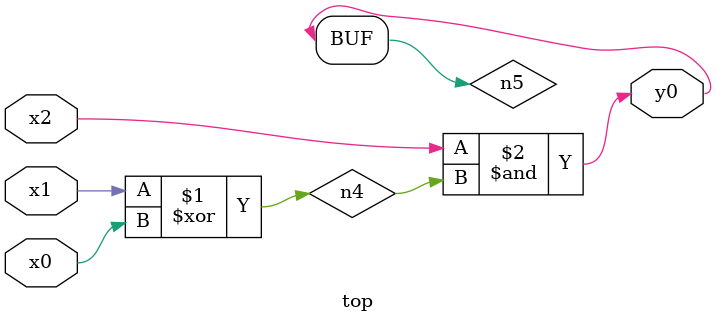
<source format=v>
module top( x0 , x1 , x2 , y0 );
  input x0 , x1 , x2 ;
  output y0 ;
  wire n4 , n5 ;
  assign n4 = x1 ^ x0 ;
  assign n5 = x2 & n4 ;
  assign y0 = n5 ;
endmodule

</source>
